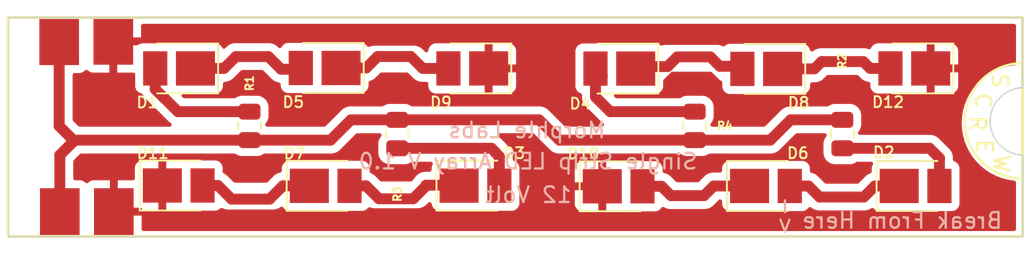
<source format=kicad_pcb>
(kicad_pcb (version 20211014) (generator pcbnew)
  (layers (0 "F.Cu" signal) (31 "B.Cu" signal) (34 "B.Paste" user) (35 "F.Paste" user) (36 "B.SilkS" user "B.Silkscreen") (37 "F.SilkS" user "F.Silkscreen") (38 "B.Mask" user) (39 "F.Mask" user) (44 "Edge.Cuts" user))
  (net 0 "")
  (net 1 "Net-(D1-Pad1)")
  (net 2 "Net-(D1-Pad2)")
  (net 3 "Net-(D2-Pad1)")
  (net 4 "Net-(D2-Pad2)")
  (net 5 "Net-(D3-Pad1)")
  (net 6 "Net-(D3-Pad2)")
  (net 7 "Net-(D4-Pad1)")
  (net 8 "Net-(D4-Pad2)")
  (net 9 "Net-(D5-Pad1)")
  (net 10 "Net-(D10-Pad2)")
  (net 11 "Net-(D11-Pad2)")
  (net 12 "Net-(D12-Pad2)")
  (net 13 "GND")
  (net 14 "+12V")
  (footprint "morphle_footprints:LED_PLCC_2835_Handsoldering" (layer "F.Cu") (at 132.3 130.47)
    (fp_text reference "D7" (at -2 -2.07) (layer "F.SilkS") (effects (font (size 0.7 0.7) (thickness 0.125))))
    (fp_text value "LED_SMD_2835")
    (fp_line (start 1.4 -1.6) (end -2.5 -1.6) (layer "F.SilkS") (width 0.12))
    (fp_line (start 1.4 1.6) (end -2.5 1.6) (layer "F.SilkS") (width 0.12))
    (fp_line (start -2.5 -1.6) (end -2.5 1.6) (layer "F.SilkS") (width 0.12))
    (pad "1" smd rect (at -1.05 0) (size 2.5 2.2) (layers "F.Cu" "F.Paste" "F.Mask") (net 11 "Net-(D11-Pad2)"))
    (pad "2" smd rect (at 1.525 0) (size 1.55 2.2) (layers "F.Cu" "F.Paste" "F.Mask") (net 5 "Net-(D3-Pad1)"))
  )
  (footprint "morphle_footprints:R_0805_2012Metric" (layer "F.Cu") (at 155.925 126.625 90)
    (fp_text reference "R4" (at 0 1.925 180) (layer "F.SilkS") (effects (font (size 0.5 0.5) (thickness 0.125))))
    (fp_text value "RES_SYMBOL" hide)
    (fp_line (start -0.227064 -0.735) (end 0.227064 -0.735) (layer "F.SilkS") (width 0.12))
    (fp_line (start -0.227064 0.735) (end 0.227064 0.735) (layer "F.SilkS") (width 0.12))
    (pad "1" smd roundrect (at -0.9125 0 90) (size 1.025 1.4) (layers "F.Cu" "F.Paste" "F.Mask") (roundrect_rratio 0.243902) (net 14 "+12V"))
    (pad "2" smd roundrect (at 0.9125 0 90) (size 1.025 1.4) (layers "F.Cu" "F.Paste" "F.Mask") (roundrect_rratio 0.243902) (net 8 "Net-(D4-Pad2)"))
  )
  (footprint "morphle_footprints:LED_PLCC_2835_Handsoldering" (layer "F.Cu") (at 132.23 122.91 180)
    (fp_text reference "D5" (at 2.005 -2.19) (layer "F.SilkS") (effects (font (size 0.7 0.7) (thickness 0.125))))
    (fp_text value "LED_SMD_2835")
    (fp_line (start -2.5 -1.6) (end -2.5 1.6) (layer "F.SilkS") (width 0.12))
    (fp_line (start 1.4 1.6) (end -2.5 1.6) (layer "F.SilkS") (width 0.12))
    (fp_line (start 1.4 -1.6) (end -2.5 -1.6) (layer "F.SilkS") (width 0.12))
    (pad "1" smd rect (at -1.05 0 180) (size 2.5 2.2) (layers "F.Cu" "F.Paste" "F.Mask") (net 9 "Net-(D5-Pad1)"))
    (pad "2" smd rect (at 1.525 0 180) (size 1.55 2.2) (layers "F.Cu" "F.Paste" "F.Mask") (net 1 "Net-(D1-Pad1)"))
  )
  (footprint "morphle_footprints:LED_PLCC_2835_Handsoldering" (layer "F.Cu") (at 141.89 130.46)
    (fp_text reference "D3" (at 2.485 -2.085) (layer "F.SilkS") (effects (font (size 0.7 0.7) (thickness 0.125))))
    (fp_text value "LED_SMD_2835")
    (fp_line (start -2.5 -1.6) (end -2.5 1.6) (layer "F.SilkS") (width 0.12))
    (fp_line (start 1.4 1.6) (end -2.5 1.6) (layer "F.SilkS") (width 0.12))
    (fp_line (start 1.4 -1.6) (end -2.5 -1.6) (layer "F.SilkS") (width 0.12))
    (pad "1" smd rect (at -1.05 0) (size 2.5 2.2) (layers "F.Cu" "F.Paste" "F.Mask") (net 5 "Net-(D3-Pad1)"))
    (pad "2" smd rect (at 1.525 0) (size 1.55 2.2) (layers "F.Cu" "F.Paste" "F.Mask") (net 6 "Net-(D3-Pad2)"))
  )
  (footprint "morphle_footprints:LED_PLCC_2835_Handsoldering" (layer "F.Cu") (at 151.095 122.95 180)
    (fp_text reference "D4" (at 2.495 -2.25) (layer "F.SilkS") (effects (font (size 0.7 0.7) (thickness 0.125))))
    (fp_text value "LED_SMD_2835")
    (fp_line (start -2.5 -1.6) (end -2.5 1.6) (layer "F.SilkS") (width 0.12))
    (fp_line (start 1.4 -1.6) (end -2.5 -1.6) (layer "F.SilkS") (width 0.12))
    (fp_line (start 1.4 1.6) (end -2.5 1.6) (layer "F.SilkS") (width 0.12))
    (pad "1" smd rect (at -1.05 0 180) (size 2.5 2.2) (layers "F.Cu" "F.Paste" "F.Mask") (net 7 "Net-(D4-Pad1)"))
    (pad "2" smd rect (at 1.525 0 180) (size 1.55 2.2) (layers "F.Cu" "F.Paste" "F.Mask") (net 8 "Net-(D4-Pad2)"))
  )
  (footprint "LED:Led_Footprint" (layer "F.Cu") (at 116.575 132.05 180)
    (fp_text reference "" (at 4.825 2.35 90 unlocked) (layer "F.SilkS"))
    (fp_text value "Led_Foot")
    (pad "1" smd rect (at 1.3 -0.075 180) (size 2.54 3) (layers "F.Cu" "F.Paste" "F.Mask") (net 14 "+12V"))
  )
  (footprint "morphle_footprints:LED_PLCC_2835_Handsoldering" (layer "F.Cu") (at 169.98 122.94 180)
    (fp_text reference "D12" (at 1.68 -2.16) (layer "F.SilkS") (effects (font (size 0.7 0.7) (thickness 0.125))))
    (fp_text value "LED_SMD_2835")
    (fp_line (start 1.4 -1.6) (end -2.5 -1.6) (layer "F.SilkS") (width 0.12))
    (fp_line (start 1.4 1.6) (end -2.5 1.6) (layer "F.SilkS") (width 0.12))
    (fp_line (start -2.5 -1.6) (end -2.5 1.6) (layer "F.SilkS") (width 0.12))
    (pad "1" smd rect (at -1.05 0 180) (size 2.5 2.2) (layers "F.Cu" "F.Paste" "F.Mask") (net 13 "GND"))
    (pad "2" smd rect (at 1.525 0 180) (size 1.55 2.2) (layers "F.Cu" "F.Paste" "F.Mask") (net 12 "Net-(D12-Pad2)"))
  )
  (footprint "LED:Led_Footprint" (layer "F.Cu") (at 116.535 121.15 180)
    (fp_text reference "" (at 4.825 2.35 90 unlocked) (layer "F.SilkS"))
    (fp_text value "")
    (pad "1" smd rect (at 1.3 -0.075 180) (size 2.54 3) (layers "F.Cu" "F.Paste" "F.Mask") (net 14 "+12V"))
  )
  (footprint "morphle_footprints:LED_PLCC_2835_Handsoldering" (layer "F.Cu") (at 151.055 130.5)
    (fp_text reference "D10" (at -2.255 -2.1) (layer "F.SilkS") (effects (font (size 0.7 0.7) (thickness 0.125))))
    (fp_text value "LED_SMD_2835")
    (fp_line (start 1.4 1.6) (end -2.5 1.6) (layer "F.SilkS") (width 0.12))
    (fp_line (start 1.4 -1.6) (end -2.5 -1.6) (layer "F.SilkS") (width 0.12))
    (fp_line (start -2.5 -1.6) (end -2.5 1.6) (layer "F.SilkS") (width 0.12))
    (pad "1" smd rect (at -1.05 0) (size 2.5 2.2) (layers "F.Cu" "F.Paste" "F.Mask") (net 13 "GND"))
    (pad "2" smd rect (at 1.525 0) (size 1.55 2.2) (layers "F.Cu" "F.Paste" "F.Mask") (net 10 "Net-(D10-Pad2)"))
  )
  (footprint "morphle_footprints:LED_PLCC_2835_Handsoldering" (layer "F.Cu") (at 160.485 130.48)
    (fp_text reference "D6" (at 2.04 -2.105) (layer "F.SilkS") (effects (font (size 0.7 0.7) (thickness 0.125))))
    (fp_text value "LED_SMD_2835")
    (fp_line (start 1.4 -1.6) (end -2.5 -1.6) (layer "F.SilkS") (width 0.12))
    (fp_line (start 1.4 1.6) (end -2.5 1.6) (layer "F.SilkS") (width 0.12))
    (fp_line (start -2.5 -1.6) (end -2.5 1.6) (layer "F.SilkS") (width 0.12))
    (pad "1" smd rect (at -1.05 0) (size 2.5 2.2) (layers "F.Cu" "F.Paste" "F.Mask") (net 10 "Net-(D10-Pad2)"))
    (pad "2" smd rect (at 1.525 0) (size 1.55 2.2) (layers "F.Cu" "F.Paste" "F.Mask") (net 3 "Net-(D2-Pad1)"))
  )
  (footprint "morphle_footprints:R_0805_2012Metric" (layer "F.Cu") (at 165.375 127.15 -90)
    (fp_text reference "R2" (at -4.68 0.01 90) (layer "F.SilkS") (effects (font (size 0.5 0.5) (thickness 0.125))))
    (fp_text value "RES_SYMBOL" hide)
    (fp_line (start -0.227064 -0.735) (end 0.227064 -0.735) (layer "F.SilkS") (width 0.12))
    (fp_line (start -0.227064 0.735) (end 0.227064 0.735) (layer "F.SilkS") (width 0.12))
    (pad "1" smd roundrect (at -0.9125 0 270) (size 1.025 1.4) (layers "F.Cu" "F.Paste" "F.Mask") (roundrect_rratio 0.243902) (net 14 "+12V"))
    (pad "2" smd roundrect (at 0.9125 0 270) (size 1.025 1.4) (layers "F.Cu" "F.Paste" "F.Mask") (roundrect_rratio 0.243902) (net 4 "Net-(D2-Pad2)"))
  )
  (footprint "LED:Led_Footprint" (layer "F.Cu") (at 120 121.125 180)
    (fp_text reference "" (at 4.825 2.35 90 unlocked) (layer "F.SilkS"))
    (fp_text value "")
    (pad "1" smd rect (at 1.3 -0.075 180) (size 2.54 3) (layers "F.Cu" "F.Paste" "F.Mask") (net 13 "GND"))
  )
  (footprint "morphle_footprints:R_0805_2012Metric" (layer "F.Cu") (at 127.425 126.625 90)
    (fp_text reference "R1" (at 2.73 0 90) (layer "F.SilkS") (effects (font (size 0.5 0.5) (thickness 0.125))))
    (fp_text value "RES_SYMBOL" hide)
    (fp_line (start -0.227064 0.735) (end 0.227064 0.735) (layer "F.SilkS") (width 0.12))
    (fp_line (start -0.227064 -0.735) (end 0.227064 -0.735) (layer "F.SilkS") (width 0.12))
    (pad "1" smd roundrect (at -0.9125 0 90) (size 1.025 1.4) (layers "F.Cu" "F.Paste" "F.Mask") (roundrect_rratio 0.243902) (net 14 "+12V"))
    (pad "2" smd roundrect (at 0.9125 0 90) (size 1.025 1.4) (layers "F.Cu" "F.Paste" "F.Mask") (roundrect_rratio 0.243902) (net 2 "Net-(D1-Pad2)"))
  )
  (footprint "LED:Led_Footprint" (layer "F.Cu") (at 120.035 132.05 180)
    (fp_text reference "" (at 4.825 2.35 90 unlocked) (layer "F.SilkS"))
    (fp_text value "")
    (pad "1" smd rect (at 1.3 -0.075 180) (size 2.54 3) (layers "F.Cu" "F.Paste" "F.Mask") (net 13 "GND"))
  )
  (footprint "morphle_footprints:LED_PLCC_2835_Handsoldering" (layer "F.Cu") (at 141.68 122.94 180)
    (fp_text reference "D9" (at 2.005 -2.185) (layer "F.SilkS") (effects (font (size 0.7 0.7) (thickness 0.125))))
    (fp_text value "LED_SMD_2835")
    (fp_line (start -2.5 -1.6) (end -2.5 1.6) (layer "F.SilkS") (width 0.12))
    (fp_line (start 1.4 -1.6) (end -2.5 -1.6) (layer "F.SilkS") (width 0.12))
    (fp_line (start 1.4 1.6) (end -2.5 1.6) (layer "F.SilkS") (width 0.12))
    (pad "1" smd rect (at -1.05 0 180) (size 2.5 2.2) (layers "F.Cu" "F.Paste" "F.Mask") (net 13 "GND"))
    (pad "2" smd rect (at 1.525 0 180) (size 1.55 2.2) (layers "F.Cu" "F.Paste" "F.Mask") (net 9 "Net-(D5-Pad1)"))
  )
  (footprint "morphle_footprints:LED_PLCC_2835_Handsoldering" (layer "F.Cu") (at 170.065 130.48)
    (fp_text reference "D2" (at -2.04 -2.155) (layer "F.SilkS") (effects (font (size 0.7 0.7) (thickness 0.125))))
    (fp_text value "LED_SMD_2835")
    (fp_line (start -2.5 -1.6) (end -2.5 1.6) (layer "F.SilkS") (width 0.12))
    (fp_line (start 1.4 -1.6) (end -2.5 -1.6) (layer "F.SilkS") (width 0.12))
    (fp_line (start 1.4 1.6) (end -2.5 1.6) (layer "F.SilkS") (width 0.12))
    (pad "1" smd rect (at -1.05 0) (size 2.5 2.2) (layers "F.Cu" "F.Paste" "F.Mask") (net 3 "Net-(D2-Pad1)"))
    (pad "2" smd rect (at 1.525 0) (size 1.55 2.2) (layers "F.Cu" "F.Paste" "F.Mask") (net 4 "Net-(D2-Pad2)"))
  )
  (footprint "morphle_footprints:R_0805_2012Metric" (layer "F.Cu") (at 136.875 127.15 -90)
    (fp_text reference "R3" (at 3.85 -0.02 -270) (layer "F.SilkS") (effects (font (size 0.5 0.5) (thickness 0.125))))
    (fp_text value "RES_SYMBOL" hide)
    (fp_line (start -0.227064 0.735) (end 0.227064 0.735) (layer "F.SilkS") (width 0.12))
    (fp_line (start -0.227064 -0.735) (end 0.227064 -0.735) (layer "F.SilkS") (width 0.12))
    (pad "1" smd roundrect (at -0.9125 0 270) (size 1.025 1.4) (layers "F.Cu" "F.Paste" "F.Mask") (roundrect_rratio 0.243902) (net 14 "+12V"))
    (pad "2" smd roundrect (at 0.9125 0 270) (size 1.025 1.4) (layers "F.Cu" "F.Paste" "F.Mask") (roundrect_rratio 0.243902) (net 6 "Net-(D3-Pad2)"))
  )
  (footprint "morphle_footprints:LED_PLCC_2835_Handsoldering" (layer "F.Cu") (at 122.89 130.45)
    (fp_text reference "D11" (at -1.665 -2.075) (layer "F.SilkS") (effects (font (size 0.7 0.7) (thickness 0.125))))
    (fp_text value "LED_SMD_2835")
    (fp_line (start -2.5 -1.6) (end -2.5 1.6) (layer "F.SilkS") (width 0.12))
    (fp_line (start 1.4 -1.6) (end -2.5 -1.6) (layer "F.SilkS") (width 0.12))
    (fp_line (start 1.4 1.6) (end -2.5 1.6) (layer "F.SilkS") (width 0.12))
    (pad "1" smd rect (at -1.05 0) (size 2.5 2.2) (layers "F.Cu" "F.Paste" "F.Mask") (net 13 "GND"))
    (pad "2" smd rect (at 1.525 0) (size 1.55 2.2) (layers "F.Cu" "F.Paste" "F.Mask") (net 11 "Net-(D11-Pad2)"))
  )
  (footprint "morphle_footprints:LED_PLCC_2835_Handsoldering" (layer "F.Cu") (at 122.91 122.94 180)
    (fp_text reference "D1" (at 2.035 -2.185) (layer "F.SilkS") (effects (font (size 0.7 0.7) (thickness 0.125))))
    (fp_text value "LED_SMD_2835")
    (fp_line (start 1.4 1.6) (end -2.5 1.6) (layer "F.SilkS") (width 0.12))
    (fp_line (start -2.5 -1.6) (end -2.5 1.6) (layer "F.SilkS") (width 0.12))
    (fp_line (start 1.4 -1.6) (end -2.5 -1.6) (layer "F.SilkS") (width 0.12))
    (pad "1" smd rect (at -1.05 0 180) (size 2.5 2.2) (layers "F.Cu" "F.Paste" "F.Mask") (net 1 "Net-(D1-Pad1)"))
    (pad "2" smd rect (at 1.525 0 180) (size 1.55 2.2) (layers "F.Cu" "F.Paste" "F.Mask") (net 2 "Net-(D1-Pad2)"))
  )
  (footprint "morphle_footprints:LED_PLCC_2835_Handsoldering" (layer "F.Cu") (at 160.5 122.97 180)
    (fp_text reference "D8" (at -2.075 -2.18) (layer "F.SilkS") (effects (font (size 0.7 0.7) (thickness 0.125))))
    (fp_text value "LED_SMD_2835")
    (fp_line (start 1.4 -1.6) (end -2.5 -1.6) (layer "F.SilkS") (width 0.12))
    (fp_line (start -2.5 -1.6) (end -2.5 1.6) (layer "F.SilkS") (width 0.12))
    (fp_line (start 1.4 1.6) (end -2.5 1.6) (layer "F.SilkS") (width 0.12))
    (pad "1" smd rect (at -1.05 0 180) (size 2.5 2.2) (layers "F.Cu" "F.Paste" "F.Mask") (net 12 "Net-(D12-Pad2)"))
    (pad "2" smd rect (at 1.525 0 180) (size 1.55 2.2) (layers "F.Cu" "F.Paste" "F.Mask") (net 7 "Net-(D4-Pad1)"))
  )
  (gr_rect (start 176.91 119.67) (end 111.965 133.72) (layer "F.SilkS") (width 0.2) (fill none))
  (gr_arc (start 176.875 130) (mid 173.200256 126.350188) (end 176.774645 122.60204) (layer "F.SilkS") (width 0.15))
  (gr_line (start 111.975 119.675) (end 176.9 119.675) (layer "Edge.Cuts") (width 0.1))
  (gr_arc (start 176.925 128.5) (mid 174.835531 126.349508) (end 176.9 124.175) (layer "Edge.Cuts") (width 0.1))
  (gr_line (start 176.925 133.725) (end 111.975 133.725) (layer "Edge.Cuts") (width 0.1))
  (gr_line (start 111.975 133.725) (end 111.975 119.675) (layer "Edge.Cuts") (width 0.1))
  (gr_line (start 176.925 128.5) (end 176.925 133.725) (layer "Edge.Cuts") (width 0.1))
  (gr_line (start 176.9 119.675) (end 176.9 124.175) (layer "Edge.Cuts") (width 0.1))
  (gr_text "Morphle Labs" (at 145.175 126.9) (layer "B.SilkS") (effects (font (size 1 1)) (justify mirror)))
  (gr_text "12 Volt " (at 144.9 131.05) (layer "B.SilkS") (effects (font (size 1 1)) (justify mirror)))
  (gr_text "Single Strip LED Array V 1.0" (at 145.25 128.9) (layer "B.SilkS") (effects (font (size 1 1)) (justify mirror)))
  (gr_text "->" (at 161.625 132.4 90) (layer "B.SilkS") (effects (font (size 1 1)) (justify mirror)))
  (gr_text "Break From Here " (at 168.825 132.7) (layer "B.SilkS") (effects (font (size 1 1)) (justify mirror)))
  (gr_text "R" (at 174.025 126.475 270) (layer "F.SilkS") (effects (font (size 1 1))))
  (gr_text "C" (at 174.375 125 -90) (layer "F.SilkS") (effects (font (size 1 1))))
  (gr_text "E" (at 174.475 127.95 270) (layer "F.SilkS") (effects (font (size 1 1))))
  (gr_text "S" (at 175.55 123.725 -270) (layer "F.SilkS") (effects (font (size 1 1))))
  (gr_text "W" (at 175.55 129.05 270) (layer "F.SilkS") (effects (font (size 1 1))))
  (segment (start 125.79 122.94) (end 126.55 122.18) (width 0.7) (layer "F.Cu") (net 1))
  (segment (start 126.55 122.18) (end 128.63 122.18) (width 0.7) (layer "F.Cu") (net 1))
  (segment (start 129.44 122.99) (end 130.625 122.99) (width 0.7) (layer "F.Cu") (net 1))
  (segment (start 130.625 122.99) (end 130.705 122.91) (width 0.7) (layer "F.Cu") (net 1))
  (segment (start 123.96 122.94) (end 125.79 122.94) (width 0.7) (layer "F.Cu") (net 1))
  (segment (start 128.63 122.18) (end 129.44 122.99) (width 0.7) (layer "F.Cu") (net 1))
  (segment (start 121.985 124.86) (end 122.8375 125.7125) (width 0.7) (layer "F.Cu") (net 2))
  (segment (start 121.97 124.86) (end 121.985 124.86) (width 0.7) (layer "F.Cu") (net 2))
  (segment (start 121.385 122.94) (end 121.385 124.275) (width 0.7) (layer "F.Cu") (net 2))
  (segment (start 122.8375 125.7125) (end 127.425 125.7125) (width 0.7) (layer "F.Cu") (net 2))
  (segment (start 121.385 124.275) (end 121.97 124.86) (width 0.7) (layer "F.Cu") (net 2))
  (segment (start 163.21 130.48) (end 163.92 131.19) (width 0.7) (layer "F.Cu") (net 3))
  (segment (start 166.75 131.19) (end 167.46 130.48) (width 0.7) (layer "F.Cu") (net 3))
  (segment (start 167.46 130.48) (end 169.015 130.48) (width 0.7) (layer "F.Cu") (net 3))
  (segment (start 162.01 130.48) (end 163.21 130.48) (width 0.7) (layer "F.Cu") (net 3))
  (segment (start 163.92 131.19) (end 166.75 131.19) (width 0.7) (layer "F.Cu") (net 3))
  (segment (start 170.9625 128.0625) (end 165.375 128.0625) (width 0.7) (layer "F.Cu") (net 4))
  (segment (start 171.59 128.69) (end 170.9625 128.0625) (width 0.7) (layer "F.Cu") (net 4))
  (segment (start 171.59 130.48) (end 171.59 128.69) (width 0.7) (layer "F.Cu") (net 4))
  (segment (start 134.88 130.47) (end 135.71 131.3) (width 0.7) (layer "F.Cu") (net 5))
  (segment (start 135.71 131.3) (end 137.9 131.3) (width 0.7) (layer "F.Cu") (net 5))
  (segment (start 138.72 130.48) (end 138.72 130.43) (width 0.7) (layer "F.Cu") (net 5))
  (segment (start 140.81 130.43) (end 140.84 130.46) (width 0.7) (layer "F.Cu") (net 5))
  (segment (start 137.9 131.3) (end 138.72 130.48) (width 0.7) (layer "F.Cu") (net 5))
  (segment (start 138.72 130.43) (end 140.81 130.43) (width 0.7) (layer "F.Cu") (net 5))
  (segment (start 133.825 130.47) (end 134.88 130.47) (width 0.7) (layer "F.Cu") (net 5))
  (segment (start 143.175 128.325) (end 142.9125 128.0625) (width 0.7) (layer "F.Cu") (net 6))
  (segment (start 142.9125 128.0625) (end 136.875 128.0625) (width 0.7) (layer "F.Cu") (net 6))
  (segment (start 143.415 128.59) (end 143.175 128.35) (width 0.7) (layer "F.Cu") (net 6))
  (segment (start 143.415 130.46) (end 143.415 128.59) (width 0.7) (layer "F.Cu") (net 6))
  (segment (start 143.175 128.35) (end 143.175 128.325) (width 0.7) (layer "F.Cu") (net 6))
  (segment (start 143.67 130.205) (end 143.415 130.46) (width 0.7) (layer "F.Cu") (net 6))
  (segment (start 158.745 122.8) (end 157.525 122.8) (width 0.7) (layer "F.Cu") (net 7))
  (segment (start 157.525 122.8) (end 156.925 122.2) (width 0.7) (layer "F.Cu") (net 7))
  (segment (start 154.185 122.82) (end 151.89 122.82) (width 0.7) (layer "F.Cu") (net 7))
  (segment (start 154.805 122.2) (end 154.185 122.82) (width 0.7) (layer "F.Cu") (net 7))
  (segment (start 156.925 122.2) (end 154.805 122.2) (width 0.7) (layer "F.Cu") (net 7))
  (segment (start 150.5125 125.7125) (end 155.925 125.7125) (width 0.7) (layer "F.Cu") (net 8))
  (segment (start 149.57 124.77) (end 150.5125 125.7125) (width 0.7) (layer "F.Cu") (net 8))
  (segment (start 150.01 123.39) (end 149.57 122.95) (width 0.7) (layer "F.Cu") (net 8))
  (segment (start 149.57 122.95) (end 149.57 124.77) (width 0.7) (layer "F.Cu") (net 8))
  (segment (start 134.89 122.91) (end 135.625 122.175) (width 0.7) (layer "F.Cu") (net 9))
  (segment (start 135.625 122.175) (end 137.745 122.175) (width 0.7) (layer "F.Cu") (net 9))
  (segment (start 138.51 122.94) (end 140.155 122.94) (width 0.7) (layer "F.Cu") (net 9))
  (segment (start 133.28 122.91) (end 134.89 122.91) (width 0.7) (layer "F.Cu") (net 9))
  (segment (start 137.745 122.175) (end 138.51 122.94) (width 0.7) (layer "F.Cu") (net 9))
  (segment (start 154.4 131.1) (end 156.52 131.1) (width 0.7) (layer "F.Cu") (net 10))
  (segment (start 152.58 130.5) (end 153.8 130.5) (width 0.7) (layer "F.Cu") (net 10))
  (segment (start 153.8 130.5) (end 154.4 131.1) (width 0.7) (layer "F.Cu") (net 10))
  (segment (start 157.14 130.48) (end 159.435 130.48) (width 0.7) (layer "F.Cu") (net 10))
  (segment (start 156.52 131.1) (end 157.14 130.48) (width 0.7) (layer "F.Cu") (net 10))
  (segment (start 129.56 130.47) (end 131.25 130.47) (width 0.7) (layer "F.Cu") (net 11))
  (segment (start 125.4 130.45) (end 126.275 131.325) (width 0.7) (layer "F.Cu") (net 11))
  (segment (start 124.415 130.45) (end 125.4 130.45) (width 0.7) (layer "F.Cu") (net 11))
  (segment (start 126.275 131.325) (end 128.705 131.325) (width 0.7) (layer "F.Cu") (net 11))
  (segment (start 128.705 131.325) (end 129.56 130.47) (width 0.7) (layer "F.Cu") (net 11))
  (segment (start 164.05 122.5) (end 166.72 122.5) (width 0.7) (layer "F.Cu") (net 12))
  (segment (start 163.58 122.97) (end 164.05 122.5) (width 0.7) (layer "F.Cu") (net 12))
  (segment (start 167.16 122.94) (end 168.455 122.94) (width 0.7) (layer "F.Cu") (net 12))
  (segment (start 166.72 122.5) (end 167.16 122.94) (width 0.7) (layer "F.Cu") (net 12))
  (segment (start 161.55 122.97) (end 163.58 122.97) (width 0.7) (layer "F.Cu") (net 12))
  (segment (start 116.2375 127.5375) (end 116.1375 127.5375) (width 0.7) (layer "F.Cu") (net 14))
  (segment (start 160.7625 127.5375) (end 155.925 127.5375) (width 0.7) (layer "F.Cu") (net 14))
  (segment (start 116.1375 127.5375) (end 115.235 126.635) (width 0.7) (layer "F.Cu") (net 14))
  (segment (start 127.425 127.5375) (end 132.6125 127.5375) (width 0.7) (layer "F.Cu") (net 14))
  (segment (start 155.925 127.5375) (end 147.2625 127.5375) (width 0.7) (layer "F.Cu") (net 14))
  (segment (start 116.2375 127.5375) (end 115.275 128.5) (width 0.7) (layer "F.Cu") (net 14))
  (segment (start 165.375 126.2375) (end 162.0625 126.2375) (width 0.7) (layer "F.Cu") (net 14))
  (segment (start 145.9625 126.2375) (end 136.875 126.2375) (width 0.7) (layer "F.Cu") (net 14))
  (segment (start 115.235 126.635) (end 115.235 121.225) (width 0.7) (layer "F.Cu") (net 14))
  (segment (start 162.0625 126.2375) (end 160.7625 127.5375) (width 0.7) (layer "F.Cu") (net 14))
  (segment (start 127.425 127.5375) (end 116.2375 127.5375) (width 0.7) (layer "F.Cu") (net 14))
  (segment (start 147.2625 127.5375) (end 145.9625 126.2375) (width 0.7) (layer "F.Cu") (net 14))
  (segment (start 115.275 128.5) (end 115.275 132.125) (width 0.7) (layer "F.Cu") (net 14))
  (segment (start 133.9125 126.2375) (end 136.875 126.2375) (width 0.7) (layer "F.Cu") (net 14))
  (segment (start 132.6125 127.5375) (end 133.9125 126.2375) (width 0.7) (layer "F.Cu") (net 14))
  (zone (net 13) (net_name "GND") (layers F&B.Cu) (connect_pads (clearance 0.508)) (min_thickness 0.254) (fill yes (thermal_gap 0.508) (thermal_bridge_width 0.508))
    (polygon (pts (xy 176.72 119.86) (xy 176.73 133.51) (xy 112.147962 133.569967) (xy 112.177962 119.849967)))
  )
)
</source>
